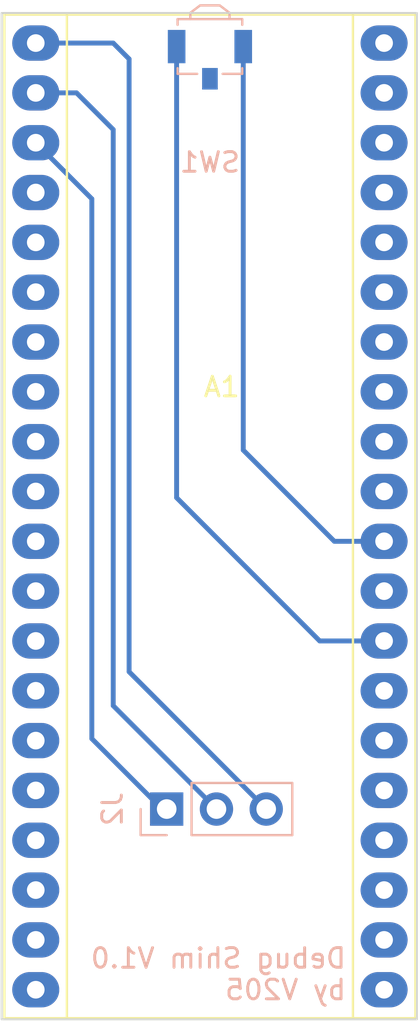
<source format=kicad_pcb>
(kicad_pcb (version 20221018) (generator pcbnew)
  (layers (0 "F.Cu" signal) (31 "B.Cu" signal) (34 "B.Paste" user) (35 "F.Paste" user) (36 "B.SilkS" user "B.Silkscreen") (37 "F.SilkS" user "F.Silkscreen") (38 "B.Mask" user) (39 "F.Mask" user) (44 "Edge.Cuts" user))
  (net 0 "")
  (net 1 "Net-(A1-GP0)")
  (net 2 "Net-(A1-GP1)")
  (net 3 "GND")
  (net 28 "Net-(A1-GND-Pad28)")
  (net 30 "Net-(A1-RUN)")
  (footprint "PCM_SL_Development_Boards:raspberry_pi_pico_THT" (layer "F.Cu") (at 111.76 81.28)
    (fp_text reference locked "A1" (at 9.49 17.53 180) (layer "F.SilkS"))
    (fp_text value locked "Raspberry_Pi_Pico_THT")
    (fp_line (start -1.6 49.71) (end 19.379999 49.71) (stroke (width 0.12)) (layer "F.SilkS"))
    (fp_line (start -1.599999 -1.45) (end -1.6 49.71) (stroke (width 0.12)) (layer "F.SilkS"))
    (fp_line (start 1.59 -1.42) (end 1.59 49.68) (stroke (width 0.12)) (layer "F.SilkS"))
    (fp_line (start 5.393334 -1.45) (end -1.599999 -1.45) (stroke (width 0.12)) (layer "F.SilkS"))
    (fp_line (start 16.19 -1.42) (end 16.19 49.63) (stroke (width 0.12)) (layer "F.SilkS"))
    (fp_line (start 19.379999 49.71) (end 19.38 -1.45) (stroke (width 0.12)) (layer "F.SilkS"))
    (fp_line (start 19.38 -1.45) (end 5.393334 -1.45) (stroke (width 0.12)) (layer "F.SilkS"))
    (pad "1" thru_hole oval (at 0 0 270) (size 1.8 2.4) (drill 0.9) (layers "*.Cu" "*.Mask") (net 1 "Net-(A1-GP0)"))
    (pad "2" thru_hole oval (at 0 2.54 270) (size 1.8 2.4) (drill 0.9) (layers "*.Cu" "*.Mask") (net 2 "Net-(A1-GP1)"))
    (pad "3" thru_hole oval (at 0 5.08 270) (size 1.8 2.4) (drill 0.9) (layers "*.Cu" "*.Mask") (net 3 "GND"))
    (pad "4" thru_hole oval (at 0 7.62 270) (size 1.8 2.4) (drill 0.9) (layers "*.Cu" "*.Mask"))
    (pad "5" thru_hole oval (at 0 10.16 270) (size 1.8 2.4) (drill 0.9) (layers "*.Cu" "*.Mask"))
    (pad "6" thru_hole oval (at 0 12.7 270) (size 1.8 2.4) (drill 0.9) (layers "*.Cu" "*.Mask"))
    (pad "7" thru_hole oval (at 0 15.24 270) (size 1.8 2.4) (drill 0.9) (layers "*.Cu" "*.Mask"))
    (pad "8" thru_hole oval (at 0 17.78 270) (size 1.8 2.4) (drill 0.9) (layers "*.Cu" "*.Mask"))
    (pad "9" thru_hole oval (at 0 20.32 270) (size 1.8 2.4) (drill 0.9) (layers "*.Cu" "*.Mask"))
    (pad "10" thru_hole oval (at 0 22.86 270) (size 1.8 2.4) (drill 0.9) (layers "*.Cu" "*.Mask"))
    (pad "11" thru_hole oval (at 0 25.4 270) (size 1.8 2.4) (drill 0.9) (layers "*.Cu" "*.Mask"))
    (pad "12" thru_hole oval (at 0 27.94 270) (size 1.8 2.4) (drill 0.9) (layers "*.Cu" "*.Mask"))
    (pad "13" thru_hole oval (at 0 30.48 270) (size 1.8 2.4) (drill 0.9) (layers "*.Cu" "*.Mask"))
    (pad "14" thru_hole oval (at 0 33.02 270) (size 1.8 2.4) (drill 0.9) (layers "*.Cu" "*.Mask"))
    (pad "15" thru_hole oval (at 0 35.56 270) (size 1.8 2.4) (drill 0.9) (layers "*.Cu" "*.Mask"))
    (pad "16" thru_hole oval (at 0 38.1 270) (size 1.8 2.4) (drill 0.9) (layers "*.Cu" "*.Mask"))
    (pad "17" thru_hole oval (at 0 40.64 270) (size 1.8 2.4) (drill 0.9) (layers "*.Cu" "*.Mask"))
    (pad "18" thru_hole oval (at 0 43.18 270) (size 1.8 2.4) (drill 0.9) (layers "*.Cu" "*.Mask"))
    (pad "19" thru_hole oval (at 0 45.72 270) (size 1.8 2.4) (drill 0.9) (layers "*.Cu" "*.Mask"))
    (pad "20" thru_hole oval (at 0 48.26 270) (size 1.8 2.4) (drill 0.9) (layers "*.Cu" "*.Mask"))
    (pad "21" thru_hole oval (at 17.78 48.26 270) (size 1.8 2.4) (drill 0.9) (layers "*.Cu" "*.Mask"))
    (pad "22" thru_hole oval (at 17.78 45.72 270) (size 1.8 2.4) (drill 0.9) (layers "*.Cu" "*.Mask"))
    (pad "23" thru_hole oval (at 17.78 43.18 270) (size 1.8 2.4) (drill 0.9) (layers "*.Cu" "*.Mask"))
    (pad "24" thru_hole oval (at 17.78 40.64 270) (size 1.8 2.4) (drill 0.9) (layers "*.Cu" "*.Mask"))
    (pad "25" thru_hole oval (at 17.78 38.1 270) (size 1.8 2.4) (drill 0.9) (layers "*.Cu" "*.Mask"))
    (pad "26" thru_hole oval (at 17.78 35.56 270) (size 1.8 2.4) (drill 0.9) (layers "*.Cu" "*.Mask"))
    (pad "27" thru_hole oval (at 17.78 33.02 270) (size 1.8 2.4) (drill 0.9) (layers "*.Cu" "*.Mask"))
    (pad "28" thru_hole oval (at 17.78 30.48 270) (size 1.8 2.4) (drill 0.9) (layers "*.Cu" "*.Mask") (net 28 "Net-(A1-GND-Pad28)"))
    (pad "29" thru_hole oval (at 17.78 27.94 270) (size 1.8 2.4) (drill 0.9) (layers "*.Cu" "*.Mask"))
    (pad "30" thru_hole oval (at 17.78 25.4 270) (size 1.8 2.4) (drill 0.9) (layers "*.Cu" "*.Mask") (net 30 "Net-(A1-RUN)"))
    (pad "31" thru_hole oval (at 17.78 22.86 270) (size 1.8 2.4) (drill 0.9) (layers "*.Cu" "*.Mask"))
    (pad "32" thru_hole oval (at 17.78 20.32 270) (size 1.8 2.4) (drill 0.9) (layers "*.Cu" "*.Mask"))
    (pad "33" thru_hole oval (at 17.78 17.78 270) (size 1.8 2.4) (drill 0.9) (layers "*.Cu" "*.Mask"))
    (pad "34" thru_hole oval (at 17.78 15.24 270) (size 1.8 2.4) (drill 0.9) (layers "*.Cu" "*.Mask"))
    (pad "35" thru_hole oval (at 17.78 12.7 270) (size 1.8 2.4) (drill 0.9) (layers "*.Cu" "*.Mask"))
    (pad "36" thru_hole oval (at 17.78 10.16 270) (size 1.8 2.4) (drill 0.9) (layers "*.Cu" "*.Mask"))
    (pad "37" thru_hole oval (at 17.78 7.62 270) (size 1.8 2.4) (drill 0.9) (layers "*.Cu" "*.Mask"))
    (pad "38" thru_hole oval (at 17.78 5.08 270) (size 1.8 2.4) (drill 0.9) (layers "*.Cu" "*.Mask"))
    (pad "39" thru_hole oval (at 17.78 2.54 270) (size 1.8 2.4) (drill 0.9) (layers "*.Cu" "*.Mask"))
    (pad "40" thru_hole oval (at 17.78 0 270) (size 1.8 2.4) (drill 0.9) (layers "*.Cu" "*.Mask"))
  )
  (footprint "Button_Switch_SMD:SW_SPST_B3U-3100P" (layer "B.Cu") (at 120.65 82.28 180)
    (fp_text reference "SW1" (at 0 -5.08) (layer "B.SilkS") (effects (justify mirror)))
    (fp_text value "Push_Button")
    (fp_line (start -1.65 -0.57) (end -0.65 -0.57) (stroke (width 0.12)) (layer "B.SilkS"))
    (fp_line (start -1.65 -0.28) (end -1.65 -0.57) (stroke (width 0.12)) (layer "B.SilkS"))
    (fp_line (start -1.65 1.93) (end -1.65 2.22) (stroke (width 0.12)) (layer "B.SilkS"))
    (fp_line (start -1.65 2.22) (end 1.65 2.22) (stroke (width 0.12)) (layer "B.SilkS"))
    (fp_line (start -1 2.54) (end -1 2.22) (stroke (width 0.12)) (layer "B.SilkS"))
    (fp_line (start -0.5 2.92) (end -1 2.54) (stroke (width 0.12)) (layer "B.SilkS"))
    (fp_line (start -0.5 2.92) (end 0.5 2.92) (stroke (width 0.12)) (layer "B.SilkS"))
    (fp_line (start 0.5 2.92) (end 1 2.54) (stroke (width 0.12)) (layer "B.SilkS"))
    (fp_line (start 1 2.54) (end 1 2.22) (stroke (width 0.12)) (layer "B.SilkS"))
    (fp_line (start 1.65 -0.57) (end 0.65 -0.57) (stroke (width 0.12)) (layer "B.SilkS"))
    (fp_line (start 1.65 -0.57) (end 1.65 -0.28) (stroke (width 0.12)) (layer "B.SilkS"))
    (fp_line (start 1.65 2.22) (end 1.65 1.93) (stroke (width 0.12)) (layer "B.SilkS"))
    (pad "1" smd rect (at -1.7 0.82 180) (size 0.9 1.7) (layers "B.Cu" "B.Paste" "B.Mask") (net 30 "Net-(A1-RUN)"))
    (pad "2" smd rect (at 1.7 0.82 180) (size 0.9 1.7) (layers "B.Cu" "B.Paste" "B.Mask") (net 28 "Net-(A1-GND-Pad28)"))
    (pad "3" smd rect (at 0 -0.82 180) (size 0.8 1.1) (layers "B.Cu" "B.Paste" "B.Mask"))
  )
  (footprint "Connector_PinSocket_2.54mm:PinSocket_1x03_P2.54mm_Vertical" (layer "B.Cu") (at 118.443146 120.329108 -90)
    (fp_text reference "J2" (at 0 2.77 -270) (layer "B.SilkS") (effects (justify mirror)))
    (fp_text value "PINHD_1x3_Female")
    (fp_line (start -1.33 -6.41) (end 1.33 -6.41) (stroke (width 0.12)) (layer "B.SilkS"))
    (fp_line (start -1.33 -1.27) (end -1.33 -6.41) (stroke (width 0.12)) (layer "B.SilkS"))
    (fp_line (start -1.33 -1.27) (end 1.33 -1.27) (stroke (width 0.12)) (layer "B.SilkS"))
    (fp_line (start 0 1.33) (end 1.33 1.33) (stroke (width 0.12)) (layer "B.SilkS"))
    (fp_line (start 1.33 -1.27) (end 1.33 -6.41) (stroke (width 0.12)) (layer "B.SilkS"))
    (fp_line (start 1.33 1.33) (end 1.33 0) (stroke (width 0.12)) (layer "B.SilkS"))
    (pad "1" thru_hole rect (at 0 0 270) (size 1.7 1.7) (drill 1) (layers "*.Cu" "*.Mask") (net 3 "GND"))
    (pad "2" thru_hole oval (at 0 -2.54 270) (size 1.7 1.7) (drill 1) (layers "*.Cu" "*.Mask") (net 2 "Net-(A1-GP1)"))
    (pad "3" thru_hole oval (at 0 -5.08 270) (size 1.7 1.7) (drill 1) (layers "*.Cu" "*.Mask") (net 1 "Net-(A1-GP0)"))
  )
  (gr_rect (start 110.018969 79.748257) (end 131.211302 131.048242) (stroke (width 0.1)) (fill none) (layer "Edge.Cuts"))
  (gr_text "Debug Shim V1.0\nby V205" (at 127.67815 130.132808) (layer "B.SilkS") (effects (font (size 1 1)) (justify left bottom mirror)))
  (segment (start 115.713135 81.28) (end 116.524152 82.091017) (width 0.25) (layer "B.Cu") (net 1))
  (segment (start 111.76 81.28) (end 115.713135 81.28) (width 0.25) (layer "B.Cu") (net 1))
  (segment (start 116.524152 82.091017) (end 116.524152 113.330114) (width 0.25) (layer "B.Cu") (net 1))
  (segment (start 116.524152 113.330114) (end 123.523146 120.329108) (width 0.25) (layer "B.Cu") (net 1))
  (segment (start 115.712778 85.689394) (end 113.843384 83.82) (width 0.25) (layer "B.Cu") (net 2))
  (segment (start 120.983146 120.329108) (end 115.712778 115.05874) (width 0.25) (layer "B.Cu") (net 2))
  (segment (start 113.843384 83.82) (end 111.76 83.82) (width 0.25) (layer "B.Cu") (net 2))
  (segment (start 115.712778 115.05874) (end 115.712778 85.689394) (width 0.25) (layer "B.Cu") (net 2))
  (segment (start 118.209322 120.329108) (end 118.443146 120.329108) (width 0.25) (layer "B.Cu") (net 3))
  (segment (start 114.622847 89.222847) (end 114.622847 116.742633) (width 0.25) (layer "B.Cu") (net 3))
  (segment (start 111.76 86.36) (end 114.622847 89.222847) (width 0.25) (layer "B.Cu") (net 3))
  (segment (start 114.622847 116.742633) (end 118.209322 120.329108) (width 0.25) (layer "B.Cu") (net 3))
  (segment (start 118.95 104.456728) (end 126.253272 111.76) (width 0.25) (layer "B.Cu") (net 28))
  (segment (start 126.253272 111.76) (end 129.54 111.76) (width 0.25) (layer "B.Cu") (net 28))
  (segment (start 118.95 81.46) (end 118.95 104.456728) (width 0.25) (layer "B.Cu") (net 28))
  (segment (start 127 106.68) (end 129.54 106.68) (width 0.25) (layer "B.Cu") (net 30))
  (segment (start 122.35 81.46) (end 122.35 102.03) (width 0.25) (layer "B.Cu") (net 30))
  (segment (start 122.35 102.03) (end 127 106.68) (width 0.25) (layer "B.Cu") (net 30))
)
</source>
